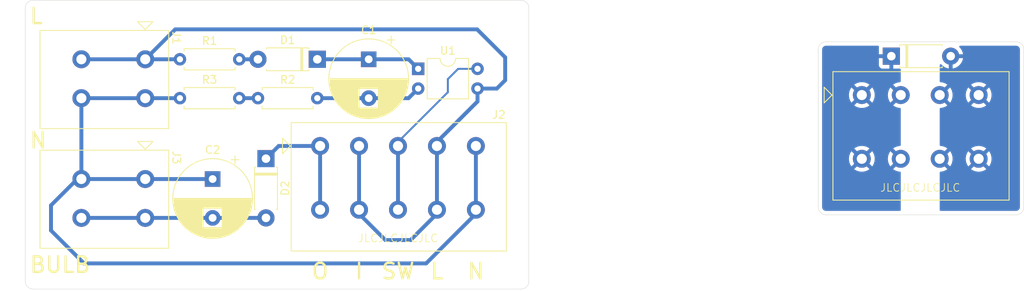
<source format=kicad_pcb>
(kicad_pcb (version 20240108) (generator "pcbnew") (generator_version "8.0")
  (layers (0 "F.Cu" signal) (31 "B.Cu" signal) (34 "B.Paste" user) (35 "F.Paste" user) (36 "B.SilkS" user "B.Silkscreen") (37 "F.SilkS" user "F.Silkscreen") (38 "B.Mask" user) (39 "F.Mask" user) (44 "Edge.Cuts" user))
  (net 0 "")
  (net 1 "Net-(D1-K)")
  (net 2 "Net-(C1-Pad2)")
  (net 3 "NEUT")
  (net 4 "Net-(D2-A)")
  (net 5 "Net-(D1-A)")
  (net 6 "/O")
  (net 7 "Net-(D3-K)")
  (net 8 "Net-(D3-A)")
  (net 9 "LINE")
  (net 10 "/SW")
  (net 11 "Net-(R2-Pad1)")
  (footprint "Capacitor_THT:CP_Radial_D10.0mm_P5.00mm" (layer "F.Cu") (at 123.69 92.4 -90)
    (property "Reference" "C1" (at -3.75 0 180) (layer "F.SilkS"))
    (property "Value" "470u 10V")
    (pad "1" thru_hole rect (at 0 0 270) (size 2 2) (drill 1) (layers "*.Cu" "*.Mask") (net 1 "Net-(D1-K)"))
    (pad "2" thru_hole circle (at 5 0 270) (size 2 2) (drill 1) (layers "*.Cu" "*.Mask") (net 2 "Net-(C1-Pad2)"))
  )
  (footprint "Capacitor_THT:CP_Radial_D10.0mm_P5.00mm" (layer "F.Cu") (at 103.65 107.8 -90)
    (property "Reference" "C2" (at -3.75 0 180) (layer "F.SilkS"))
    (property "Value" "4u7 400V")
    (pad "1" thru_hole rect (at 0 0 270) (size 2 2) (drill 1) (layers "*.Cu" "*.Mask") (net 3 "NEUT"))
    (pad "2" thru_hole circle (at 5 0 270) (size 2 2) (drill 1) (layers "*.Cu" "*.Mask") (net 4 "Net-(D2-A)"))
  )
  (footprint "chaotic-neutral:Wago_2604-1105_1x05_P5.00mm_Horizontal" (layer "F.Cu") (at 117.45 103.55)
    (property "Reference" "J2" (at 23.91 -4.01 0) (layer "F.SilkS") (effects (justify right)))
    (property "Value" "SHELLY")
    (pad "1" thru_hole circle (at 0 0) (size 2.3 2.3) (drill 1.3) (layers "*.Cu" "*.Mask") (net 6 "/O"))
    (pad "1" thru_hole circle (at 0 8.2) (size 2.3 2.3) (drill 1.3) (layers "*.Cu" "*.Mask") (net 6 "/O"))
    (pad "2" thru_hole circle (at 5 0) (size 2.3 2.3) (drill 1.3) (layers "*.Cu" "*.Mask") (net 9 "LINE"))
    (pad "2" thru_hole circle (at 5 8.2) (size 2.3 2.3) (drill 1.3) (layers "*.Cu" "*.Mask") (net 9 "LINE"))
    (pad "3" thru_hole circle (at 10 0) (size 2.3 2.3) (drill 1.3) (layers "*.Cu" "*.Mask") (net 10 "/SW"))
    (pad "3" thru_hole circle (at 10 8.2) (size 2.3 2.3) (drill 1.3) (layers "*.Cu" "*.Mask") (net 10 "/SW"))
    (pad "4" thru_hole circle (at 15 0) (size 2.3 2.3) (drill 1.3) (layers "*.Cu" "*.Mask") (net 9 "LINE"))
    (pad "4" thru_hole circle (at 15 8.2) (size 2.3 2.3) (drill 1.3) (layers "*.Cu" "*.Mask") (net 9 "LINE"))
    (pad "5" thru_hole circle (at 20 0) (size 2.3 2.3) (drill 1.3) (layers "*.Cu" "*.Mask") (net 3 "NEUT"))
    (pad "5" thru_hole circle (at 20 8.2) (size 2.3 2.3) (drill 1.3) (layers "*.Cu" "*.Mask") (net 3 "NEUT"))
  )
  (footprint "Diode_THT:D_DO-41_SOD81_P7.62mm_Horizontal" (layer "F.Cu") (at 117.09 92.4 180)
    (property "Reference" "D1" (at 3.81 2.47 180) (layer "F.SilkS"))
    (property "Value" "1N4004")
    (pad "1" thru_hole rect (at 0 0 180) (size 2.2 2.2) (drill 1.1) (layers "*.Cu" "*.Mask") (net 1 "Net-(D1-K)"))
    (pad "2" thru_hole oval (at 7.62 0 180) (size 2.2 2.2) (drill 1.1) (layers "*.Cu" "*.Mask") (net 5 "Net-(D1-A)"))
  )
  (footprint "Diode_THT:D_DO-41_SOD81_P7.62mm_Horizontal" (layer "F.Cu") (at 110.5 105.18 -90)
    (property "Reference" "D2" (at 3.81 -2.47 90) (layer "F.SilkS"))
    (property "Value" "1N4004")
    (pad "1" thru_hole rect (at 0 0 270) (size 2.2 2.2) (drill 1.1) (layers "*.Cu" "*.Mask") (net 6 "/O"))
    (pad "2" thru_hole oval (at 7.62 0 270) (size 2.2 2.2) (drill 1.1) (layers "*.Cu" "*.Mask") (net 4 "Net-(D2-A)"))
  )
  (footprint "Resistor_THT:R_Axial_DIN0207_L6.3mm_D2.5mm_P7.62mm_Horizontal" (layer "F.Cu") (at 99.45 92.4)
    (property "Reference" "R1" (at 3.81 -2.37 0) (layer "F.SilkS"))
    (property "Value" "33k")
    (pad "1" thru_hole circle (at 0 0) (size 1.6 1.6) (drill 0.8) (layers "*.Cu" "*.Mask") (net 9 "LINE"))
    (pad "2" thru_hole oval (at 7.62 0) (size 1.6 1.6) (drill 0.8) (layers "*.Cu" "*.Mask") (net 5 "Net-(D1-A)"))
  )
  (footprint "chaotic-neutral:Wago_2604-1102_1x02_P5.00mm_Horizontal" (layer "F.Cu") (at 95 107.8 -90)
    (property "Reference" "J3" (at -3.71 -4.01 -90) (layer "F.SilkS") (effects (justify left)))
    (property "Value" "BULB")
    (pad "1" thru_hole circle (at 0 0 270) (size 2.3 2.3) (drill 1.3) (layers "*.Cu" "*.Mask") (net 3 "NEUT"))
    (pad "1" thru_hole circle (at 0 8.2 270) (size 2.3 2.3) (drill 1.3) (layers "*.Cu" "*.Mask") (net 3 "NEUT"))
    (pad "2" thru_hole circle (at 5 0 270) (size 2.3 2.3) (drill 1.3) (layers "*.Cu" "*.Mask") (net 4 "Net-(D2-A)"))
    (pad "2" thru_hole circle (at 5 8.2 270) (size 2.3 2.3) (drill 1.3) (layers "*.Cu" "*.Mask") (net 4 "Net-(D2-A)"))
  )
  (footprint "Resistor_THT:R_Axial_DIN0207_L6.3mm_D2.5mm_P7.62mm_Horizontal" (layer "F.Cu") (at 109.47 97.4)
    (property "Reference" "R2" (at 3.81 -2.37 0) (layer "F.SilkS"))
    (property "Value" "33k")
    (pad "1" thru_hole circle (at 0 0) (size 1.6 1.6) (drill 0.8) (layers "*.Cu" "*.Mask") (net 11 "Net-(R2-Pad1)"))
    (pad "2" thru_hole oval (at 7.62 0) (size 1.6 1.6) (drill 0.8) (layers "*.Cu" "*.Mask") (net 2 "Net-(C1-Pad2)"))
  )
  (footprint "Resistor_THT:R_Axial_DIN0207_L6.3mm_D2.5mm_P7.62mm_Horizontal" (layer "F.Cu") (at 99.45 97.4)
    (property "Reference" "R3" (at 3.81 -2.37 0) (layer "F.SilkS"))
    (property "Value" "33k")
    (pad "1" thru_hole circle (at 0 0) (size 1.6 1.6) (drill 0.8) (layers "*.Cu" "*.Mask") (net 3 "NEUT"))
    (pad "2" thru_hole oval (at 7.62 0) (size 1.6 1.6) (drill 0.8) (layers "*.Cu" "*.Mask") (net 11 "Net-(R2-Pad1)"))
  )
  (footprint "chaotic-neutral:Wago_2604-1104_1x04_P5.00mm_Horizontal" (layer "F.Cu") (at 187 97)
    (property "Reference" "J4" (hide yes))
    (property "Value" "SWITCH")
    (pad "1" thru_hole circle (at 0 0) (size 2.3 2.3) (drill 1.3) (layers "*.Cu" "*.Mask") (net 7 "Net-(D3-K)"))
    (pad "1" thru_hole circle (at 0 8.2) (size 2.3 2.3) (drill 1.3) (layers "*.Cu" "*.Mask") (net 7 "Net-(D3-K)"))
    (pad "2" thru_hole circle (at 5 0) (size 2.3 2.3) (drill 1.3) (layers "*.Cu" "*.Mask") (net 7 "Net-(D3-K)"))
    (pad "2" thru_hole circle (at 5 8.2) (size 2.3 2.3) (drill 1.3) (layers "*.Cu" "*.Mask") (net 7 "Net-(D3-K)"))
    (pad "3" thru_hole circle (at 10 0) (size 2.3 2.3) (drill 1.3) (layers "*.Cu" "*.Mask") (net 8 "Net-(D3-A)"))
    (pad "3" thru_hole circle (at 10 8.2) (size 2.3 2.3) (drill 1.3) (layers "*.Cu" "*.Mask") (net 8 "Net-(D3-A)"))
    (pad "4" thru_hole circle (at 15 0) (size 2.3 2.3) (drill 1.3) (layers "*.Cu" "*.Mask") (net 8 "Net-(D3-A)"))
    (pad "4" thru_hole circle (at 15 8.2) (size 2.3 2.3) (drill 1.3) (layers "*.Cu" "*.Mask") (net 8 "Net-(D3-A)"))
  )
  (footprint "Diode_THT:D_DO-41_SOD81_P7.62mm_Horizontal" (layer "F.Cu") (at 190.79 92)
    (property "Reference" "D3" (hide yes))
    (property "Value" "1N4004")
    (pad "1" thru_hole rect (at 0 0) (size 2.2 2.2) (drill 1.1) (layers "*.Cu" "*.Mask") (net 7 "Net-(D3-K)"))
    (pad "2" thru_hole oval (at 7.62 0) (size 2.2 2.2) (drill 1.1) (layers "*.Cu" "*.Mask") (net 8 "Net-(D3-A)"))
  )
  (footprint "Package_DIP:DIP-4_W7.62mm" (layer "F.Cu") (at 130.04 93.625)
    (property "Reference" "U1" (at 3.81 -2.33 0) (layer "F.SilkS"))
    (property "Value" "PC817")
    (pad "1" thru_hole rect (at 0 0) (size 1.6 1.6) (drill 0.8) (layers "*.Cu" "*.Mask") (net 1 "Net-(D1-K)"))
    (pad "2" thru_hole oval (at 0 2.54) (size 1.6 1.6) (drill 0.8) (layers "*.Cu" "*.Mask") (net 2 "Net-(C1-Pad2)"))
    (pad "3" thru_hole oval (at 7.62 2.54) (size 1.6 1.6) (drill 0.8) (layers "*.Cu" "*.Mask") (net 9 "LINE"))
    (pad "4" thru_hole oval (at 7.62 0) (size 1.6 1.6) (drill 0.8) (layers "*.Cu" "*.Mask") (net 10 "/SW"))
  )
  (footprint "chaotic-neutral:Wago_2604-1102_1x02_P5.00mm_Horizontal" (layer "F.Cu") (at 95 92.4 -90)
    (property "Reference" "J1" (at -3.71 -4.01 -90) (layer "F.SilkS") (effects (justify left)))
    (property "Value" "230VAC")
    (pad "1" thru_hole circle (at 0 0 270) (size 2.3 2.3) (drill 1.3) (layers "*.Cu" "*.Mask") (net 9 "LINE"))
    (pad "1" thru_hole circle (at 0 8.2 270) (size 2.3 2.3) (drill 1.3) (layers "*.Cu" "*.Mask") (net 9 "LINE"))
    (pad "2" thru_hole circle (at 5 0 270) (size 2.3 2.3) (drill 1.3) (layers "*.Cu" "*.Mask") (net 3 "NEUT"))
    (pad "2" thru_hole circle (at 5 8.2 270) (size 2.3 2.3) (drill 1.3) (layers "*.Cu" "*.Mask") (net 3 "NEUT"))
  )
  (gr_arc (start 182.4 112.4) (mid 181.692893 112.107107) (end 181.4 111.4) (stroke (width 0.05)) (layer "Edge.Cuts"))
  (gr_arc (start 79.6 85.8) (mid 79.892893 85.092893) (end 80.6 84.8) (stroke (width 0.05)) (layer "Edge.Cuts"))
  (gr_line (start 181.4 111.4) (end 181.4 91.15) (stroke (width 0.05)) (layer "Edge.Cuts"))
  (gr_line (start 182.4 90.15) (end 206.8 90.15) (stroke (width 0.05)) (layer "Edge.Cuts"))
  (gr_line (start 144.25 85.8) (end 144.25 120.95) (stroke (width 0.05)) (layer "Edge.Cuts"))
  (gr_line (start 79.6 85.8) (end 79.6 120.95) (stroke (width 0.05)) (layer "Edge.Cuts"))
  (gr_arc (start 80.6 121.95) (mid 79.892893 121.657107) (end 79.6 120.95) (stroke (width 0.05)) (layer "Edge.Cuts"))
  (gr_arc (start 143.25 84.8) (mid 143.957107 85.092893) (end 144.25 85.8) (stroke (width 0.05)) (layer "Edge.Cuts"))
  (gr_arc (start 206.8 90.15) (mid 207.507107 90.442893) (end 207.8 91.15) (stroke (width 0.05)) (layer "Edge.Cuts"))
  (gr_arc (start 181.4 91.15) (mid 181.692893 90.442893) (end 182.4 90.15) (stroke (width 0.05)) (layer "Edge.Cuts"))
  (gr_arc (start 144.25 120.95) (mid 143.957107 121.657107) (end 143.25 121.95) (stroke (width 0.05)) (layer "Edge.Cuts"))
  (gr_arc (start 207.8 111.4) (mid 207.507107 112.107107) (end 206.8 112.4) (stroke (width 0.05)) (layer "Edge.Cuts"))
  (gr_line (start 207.8 91.15) (end 207.8 111.4) (stroke (width 0.05)) (layer "Edge.Cuts"))
  (gr_line (start 80.6 121.95) (end 143.25 121.95) (stroke (width 0.05)) (layer "Edge.Cuts"))
  (gr_line (start 80.6 84.8) (end 143.25 84.8) (stroke (width 0.05)) (layer "Edge.Cuts"))
  (gr_line (start 206.8 112.4) (end 182.4 112.4) (stroke (width 0.05)) (layer "Edge.Cuts"))
  (gr_text "O" (at 117.45 118.5 0) (layer "F.SilkS") (effects (font (size 2 2) (thickness 0.3)) (justify top)))
  (gr_text "I" (at 122.45 118.5 0) (layer "F.SilkS") (effects (font (size 2 2) (thickness 0.3)) (justify top)))
  (gr_text "N" (at 80 104 0) (layer "F.SilkS") (effects (font (size 2 2) (thickness 0.3)) (justify left bottom)))
  (gr_text "L" (at 80 88 0) (layer "F.SilkS") (effects (font (size 2 2) (thickness 0.3)) (justify left bottom)))
  (gr_text "JLCJLCJLCJLC" (at 194.5 109.5 0) (layer "F.SilkS") (effects (font (size 1 1) (thickness 0.1)) (justify bottom)))
  (gr_text "BULB" (at 80 120 0) (layer "F.SilkS") (effects (font (size 2 2) (thickness 0.3)) (justify left bottom)))
  (gr_text "JLCJLCJLCJLC" (at 127.45 116 0) (layer "F.SilkS") (effects (font (size 1 1) (thickness 0.1)) (justify bottom)))
  (gr_text "SW" (at 127.45 118.5 0) (layer "F.SilkS") (effects (font (size 2 2) (thickness 0.3)) (justify top)))
  (gr_text "L" (at 132.45 118.5 0) (layer "F.SilkS") (effects (font (size 2 2) (thickness 0.3)) (justify top)))
  (gr_text "N" (at 137.45 118.5 0) (layer "F.SilkS") (effects (font (size 2 2) (thickness 0.3)) (justify top)))
  (segment (start 117.09 92.4) (end 123.69 92.4) (width 0.5) (layer "B.Cu") (net 1))
  (segment (start 123.69 92.4) (end 128.815 92.4) (width 0.5) (layer "B.Cu") (net 1))
  (segment (start 128.815 92.4) (end 130.04 93.625) (width 0.5) (layer "B.Cu") (net 1))
  (segment (start 128.805 97.4) (end 130.04 96.165) (width 0.5) (layer "B.Cu") (net 2))
  (segment (start 123.69 97.4) (end 117.09 97.4) (width 0.5) (layer "B.Cu") (net 2))
  (segment (start 123.69 97.4) (end 128.805 97.4) (width 0.5) (layer "B.Cu") (net 2))
  (segment (start 137.45 112.265433) (end 131.065433 118.65) (width 0.5) (layer "B.Cu") (net 3))
  (segment (start 82.9 111.184566) (end 86.284566 107.8) (width 0.5) (layer "B.Cu") (net 3))
  (segment (start 95 107.8) (end 86.8 107.8) (width 0.5) (layer "B.Cu") (net 3))
  (segment (start 131.065433 118.65) (end 87.134567 118.65) (width 0.5) (layer "B.Cu") (net 3))
  (segment (start 87.134567 118.65) (end 82.9 114.415433) (width 0.5) (layer "B.Cu") (net 3))
  (segment (start 95 97.4) (end 86.8 97.4) (width 0.5) (layer "B.Cu") (net 3))
  (segment (start 137.45 111.75) (end 137.45 112.265433) (width 0.5) (layer "B.Cu") (net 3))
  (segment (start 99.45 97.4) (end 95 97.4) (width 0.5) (layer "B.Cu") (net 3))
  (segment (start 95 107.8) (end 103.65 107.8) (width 0.5) (layer "B.Cu") (net 3))
  (segment (start 86.8 97.4) (end 86.8 107.8) (width 0.5) (layer "B.Cu") (net 3))
  (segment (start 86.284566 107.8) (end 86.8 107.8) (width 0.5) (layer "B.Cu") (net 3))
  (segment (start 137.45 103.55) (end 137.45 111.75) (width 0.5) (layer "B.Cu") (net 3))
  (segment (start 82.9 114.415433) (end 82.9 111.184566) (width 0.5) (layer "B.Cu") (net 3))
  (segment (start 95 112.8) (end 103.65 112.8) (width 0.5) (layer "B.Cu") (net 4))
  (segment (start 103.65 112.8) (end 110.5 112.8) (width 0.5) (layer "B.Cu") (net 4))
  (segment (start 95 112.8) (end 86.8 112.8) (width 0.5) (layer "B.Cu") (net 4))
  (segment (start 107.07 92.4) (end 109.47 92.4) (width 0.5) (layer "B.Cu") (net 5))
  (segment (start 117.45 111.75) (end 117.45 103.55) (width 0.5) (layer "B.Cu") (net 6))
  (segment (start 112.13 103.55) (end 117.45 103.55) (width 0.5) (layer "B.Cu") (net 6))
  (segment (start 110.5 105.18) (end 112.13 103.55) (width 0.5) (layer "B.Cu") (net 6))
  (segment (start 140.14 96.165) (end 137.66 96.165) (width 0.5) (layer "B.Cu") (net 9))
  (segment (start 122.45 111.75) (end 122.45 112.265433) (width 0.5) (layer "B.Cu") (net 9))
  (segment (start 122.45 112.265433) (end 125.834567 115.65) (width 0.5) (layer "B.Cu") (net 9))
  (segment (start 129.065433 115.65) (end 132.45 112.265433) (width 0.5) (layer "B.Cu") (net 9))
  (segment (start 122.45 111.75) (end 122.45 103.55) (width 0.5) (layer "B.Cu") (net 9))
  (segment (start 95 92.4) (end 98.85 88.55) (width 0.5) (layer "B.Cu") (net 9))
  (segment (start 125.834567 115.65) (end 129.065433 115.65) (width 0.5) (layer "B.Cu") (net 9))
  (segment (start 98.85 88.55) (end 137.605459 88.55) (width 0.5) (layer "B.Cu") (net 9))
  (segment (start 132.45 103.034567) (end 137.66 97.824567) (width 0.5) (layer "B.Cu") (net 9))
  (segment (start 137.605459 88.55) (end 141.21 92.154541) (width 0.5) (layer "B.Cu") (net 9))
  (segment (start 141.21 92.154541) (end 141.21 95.095) (width 0.5) (layer "B.Cu") (net 9))
  (segment (start 137.66 97.824567) (end 137.66 96.165) (width 0.5) (layer "B.Cu") (net 9))
  (segment (start 95 92.4) (end 86.8 92.4) (width 0.5) (layer "B.Cu") (net 9))
  (segment (start 132.45 111.75) (end 132.45 103.55) (width 0.5) (layer "B.Cu") (net 9))
  (segment (start 141.21 95.095) (end 140.14 96.165) (width 0.5) (layer "B.Cu") (net 9))
  (segment (start 95 92.4) (end 99.45 92.4) (width 0.5) (layer "B.Cu") (net 9))
  (segment (start 132.45 103.55) (end 132.45 103.034567) (width 0.5) (layer "B.Cu") (net 9))
  (segment (start 132.45 112.265433) (end 132.45 111.75) (width 0.5) (layer "B.Cu") (net 9))
  (segment (start 127.45 103.034567) (end 133.85 96.634567) (width 0.25) (layer "B.Cu") (net 10))
  (segment (start 127.45 111.75) (end 127.45 103.55) (width 0.5) (layer "B.Cu") (net 10))
  (segment (start 127.45 103.55) (end 127.45 103.034567) (width 0.25) (layer "B.Cu") (net 10))
  (segment (start 133.85 94.95) (end 135.175 93.625) (width 0.25) (layer "B.Cu") (net 10))
  (segment (start 135.175 93.625) (end 137.66 93.625) (width 0.25) (layer "B.Cu") (net 10))
  (segment (start 133.85 96.634567) (end 133.85 94.95) (width 0.25) (layer "B.Cu") (net 10))
  (segment (start 109.47 97.4) (end 107.07 97.4) (width 0.5) (layer "B.Cu") (net 11))
  (zone (net 7) (net_name "Net-(D3-K)") (layer "B.Cu") (connect_pads (clearance 0.5)) (min_thickness 0.25) (fill yes (thermal_gap 0.5) (thermal_bridge_width 0.5))
    (polygon (pts (xy 192 90.15) (xy 192 112.4) (xy 181.4 112.4) (xy 181.4 90.15)))
  )
  (zone (net 8) (net_name "Net-(D3-A)") (layer "B.Cu") (priority 1) (connect_pads (clearance 0.5)) (min_thickness 0.25) (fill yes (thermal_gap 0.5) (thermal_bridge_width 0.5))
    (polygon (pts (xy 197 90.15) (xy 207.8 90.15) (xy 207.8 112.4) (xy 197 112.4)))
  )
)
</source>
